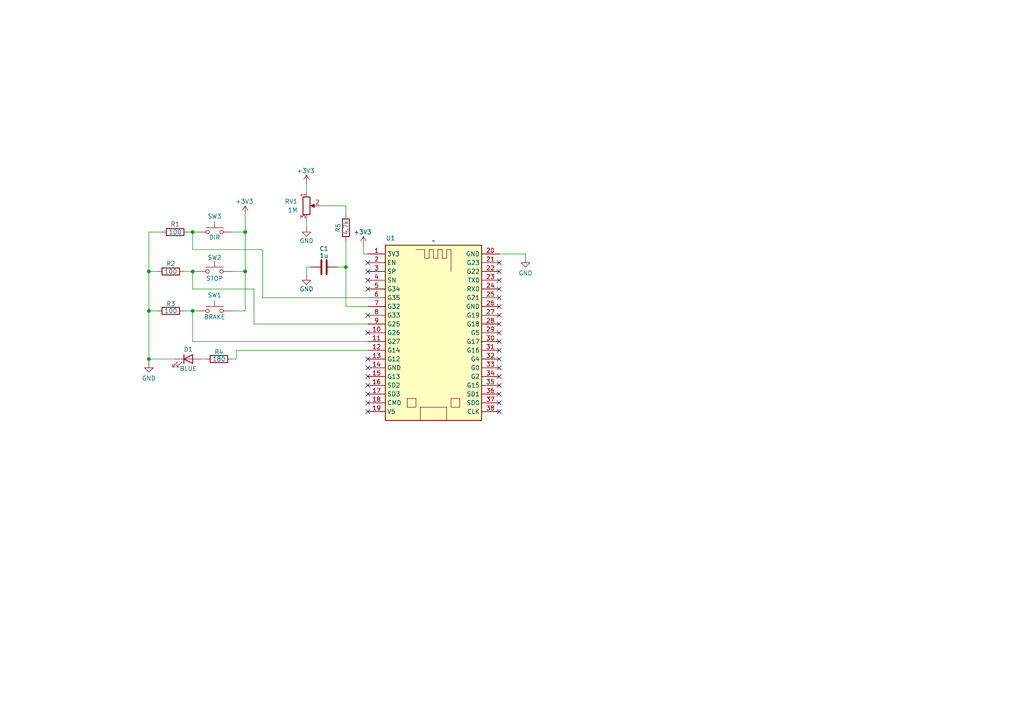
<source format=kicad_sch>
(kicad_sch
	(version 20231120)
	(generator "eeschema")
	(generator_version "8.0")
	(uuid "615aabfb-b643-4f9c-9ff5-b3e959d8f568")
	(paper "A4")
	(lib_symbols
		(symbol "Device:C"
			(pin_numbers hide)
			(pin_names
				(offset 0.254)
			)
			(exclude_from_sim no)
			(in_bom yes)
			(on_board yes)
			(property "Reference" "C"
				(at 0.635 2.54 0)
				(effects
					(font
						(size 1.27 1.27)
					)
					(justify left)
				)
			)
			(property "Value" "C"
				(at 0.635 -2.54 0)
				(effects
					(font
						(size 1.27 1.27)
					)
					(justify left)
				)
			)
			(property "Footprint" ""
				(at 0.9652 -3.81 0)
				(effects
					(font
						(size 1.27 1.27)
					)
					(hide yes)
				)
			)
			(property "Datasheet" "~"
				(at 0 0 0)
				(effects
					(font
						(size 1.27 1.27)
					)
					(hide yes)
				)
			)
			(property "Description" "Unpolarized capacitor"
				(at 0 0 0)
				(effects
					(font
						(size 1.27 1.27)
					)
					(hide yes)
				)
			)
			(property "ki_keywords" "cap capacitor"
				(at 0 0 0)
				(effects
					(font
						(size 1.27 1.27)
					)
					(hide yes)
				)
			)
			(property "ki_fp_filters" "C_*"
				(at 0 0 0)
				(effects
					(font
						(size 1.27 1.27)
					)
					(hide yes)
				)
			)
			(symbol "C_0_1"
				(polyline
					(pts
						(xy -2.032 -0.762) (xy 2.032 -0.762)
					)
					(stroke
						(width 0.508)
						(type default)
					)
					(fill
						(type none)
					)
				)
				(polyline
					(pts
						(xy -2.032 0.762) (xy 2.032 0.762)
					)
					(stroke
						(width 0.508)
						(type default)
					)
					(fill
						(type none)
					)
				)
			)
			(symbol "C_1_1"
				(pin passive line
					(at 0 3.81 270)
					(length 2.794)
					(name "~"
						(effects
							(font
								(size 1.27 1.27)
							)
						)
					)
					(number "1"
						(effects
							(font
								(size 1.27 1.27)
							)
						)
					)
				)
				(pin passive line
					(at 0 -3.81 90)
					(length 2.794)
					(name "~"
						(effects
							(font
								(size 1.27 1.27)
							)
						)
					)
					(number "2"
						(effects
							(font
								(size 1.27 1.27)
							)
						)
					)
				)
			)
		)
		(symbol "Device:LED"
			(pin_numbers hide)
			(pin_names
				(offset 1.016) hide)
			(exclude_from_sim no)
			(in_bom yes)
			(on_board yes)
			(property "Reference" "D"
				(at 0 2.54 0)
				(effects
					(font
						(size 1.27 1.27)
					)
				)
			)
			(property "Value" "LED"
				(at 0 -2.54 0)
				(effects
					(font
						(size 1.27 1.27)
					)
				)
			)
			(property "Footprint" ""
				(at 0 0 0)
				(effects
					(font
						(size 1.27 1.27)
					)
					(hide yes)
				)
			)
			(property "Datasheet" "~"
				(at 0 0 0)
				(effects
					(font
						(size 1.27 1.27)
					)
					(hide yes)
				)
			)
			(property "Description" "Light emitting diode"
				(at 0 0 0)
				(effects
					(font
						(size 1.27 1.27)
					)
					(hide yes)
				)
			)
			(property "ki_keywords" "LED diode"
				(at 0 0 0)
				(effects
					(font
						(size 1.27 1.27)
					)
					(hide yes)
				)
			)
			(property "ki_fp_filters" "LED* LED_SMD:* LED_THT:*"
				(at 0 0 0)
				(effects
					(font
						(size 1.27 1.27)
					)
					(hide yes)
				)
			)
			(symbol "LED_0_1"
				(polyline
					(pts
						(xy -1.27 -1.27) (xy -1.27 1.27)
					)
					(stroke
						(width 0.254)
						(type default)
					)
					(fill
						(type none)
					)
				)
				(polyline
					(pts
						(xy -1.27 0) (xy 1.27 0)
					)
					(stroke
						(width 0)
						(type default)
					)
					(fill
						(type none)
					)
				)
				(polyline
					(pts
						(xy 1.27 -1.27) (xy 1.27 1.27) (xy -1.27 0) (xy 1.27 -1.27)
					)
					(stroke
						(width 0.254)
						(type default)
					)
					(fill
						(type none)
					)
				)
				(polyline
					(pts
						(xy -3.048 -0.762) (xy -4.572 -2.286) (xy -3.81 -2.286) (xy -4.572 -2.286) (xy -4.572 -1.524)
					)
					(stroke
						(width 0)
						(type default)
					)
					(fill
						(type none)
					)
				)
				(polyline
					(pts
						(xy -1.778 -0.762) (xy -3.302 -2.286) (xy -2.54 -2.286) (xy -3.302 -2.286) (xy -3.302 -1.524)
					)
					(stroke
						(width 0)
						(type default)
					)
					(fill
						(type none)
					)
				)
			)
			(symbol "LED_1_1"
				(pin passive line
					(at -3.81 0 0)
					(length 2.54)
					(name "K"
						(effects
							(font
								(size 1.27 1.27)
							)
						)
					)
					(number "1"
						(effects
							(font
								(size 1.27 1.27)
							)
						)
					)
				)
				(pin passive line
					(at 3.81 0 180)
					(length 2.54)
					(name "A"
						(effects
							(font
								(size 1.27 1.27)
							)
						)
					)
					(number "2"
						(effects
							(font
								(size 1.27 1.27)
							)
						)
					)
				)
			)
		)
		(symbol "Device:R"
			(pin_numbers hide)
			(pin_names
				(offset 0)
			)
			(exclude_from_sim no)
			(in_bom yes)
			(on_board yes)
			(property "Reference" "R"
				(at 2.032 0 90)
				(effects
					(font
						(size 1.27 1.27)
					)
				)
			)
			(property "Value" "R"
				(at 0 0 90)
				(effects
					(font
						(size 1.27 1.27)
					)
				)
			)
			(property "Footprint" ""
				(at -1.778 0 90)
				(effects
					(font
						(size 1.27 1.27)
					)
					(hide yes)
				)
			)
			(property "Datasheet" "~"
				(at 0 0 0)
				(effects
					(font
						(size 1.27 1.27)
					)
					(hide yes)
				)
			)
			(property "Description" "Resistor"
				(at 0 0 0)
				(effects
					(font
						(size 1.27 1.27)
					)
					(hide yes)
				)
			)
			(property "ki_keywords" "R res resistor"
				(at 0 0 0)
				(effects
					(font
						(size 1.27 1.27)
					)
					(hide yes)
				)
			)
			(property "ki_fp_filters" "R_*"
				(at 0 0 0)
				(effects
					(font
						(size 1.27 1.27)
					)
					(hide yes)
				)
			)
			(symbol "R_0_1"
				(rectangle
					(start -1.016 -2.54)
					(end 1.016 2.54)
					(stroke
						(width 0.254)
						(type default)
					)
					(fill
						(type none)
					)
				)
			)
			(symbol "R_1_1"
				(pin passive line
					(at 0 3.81 270)
					(length 1.27)
					(name "~"
						(effects
							(font
								(size 1.27 1.27)
							)
						)
					)
					(number "1"
						(effects
							(font
								(size 1.27 1.27)
							)
						)
					)
				)
				(pin passive line
					(at 0 -3.81 90)
					(length 1.27)
					(name "~"
						(effects
							(font
								(size 1.27 1.27)
							)
						)
					)
					(number "2"
						(effects
							(font
								(size 1.27 1.27)
							)
						)
					)
				)
			)
		)
		(symbol "Device:R_Potentiometer"
			(pin_names
				(offset 1.016) hide)
			(exclude_from_sim no)
			(in_bom yes)
			(on_board yes)
			(property "Reference" "RV"
				(at -4.445 0 90)
				(effects
					(font
						(size 1.27 1.27)
					)
				)
			)
			(property "Value" "R_Potentiometer"
				(at -2.54 0 90)
				(effects
					(font
						(size 1.27 1.27)
					)
				)
			)
			(property "Footprint" ""
				(at 0 0 0)
				(effects
					(font
						(size 1.27 1.27)
					)
					(hide yes)
				)
			)
			(property "Datasheet" "~"
				(at 0 0 0)
				(effects
					(font
						(size 1.27 1.27)
					)
					(hide yes)
				)
			)
			(property "Description" "Potentiometer"
				(at 0 0 0)
				(effects
					(font
						(size 1.27 1.27)
					)
					(hide yes)
				)
			)
			(property "ki_keywords" "resistor variable"
				(at 0 0 0)
				(effects
					(font
						(size 1.27 1.27)
					)
					(hide yes)
				)
			)
			(property "ki_fp_filters" "Potentiometer*"
				(at 0 0 0)
				(effects
					(font
						(size 1.27 1.27)
					)
					(hide yes)
				)
			)
			(symbol "R_Potentiometer_0_1"
				(polyline
					(pts
						(xy 2.54 0) (xy 1.524 0)
					)
					(stroke
						(width 0)
						(type default)
					)
					(fill
						(type none)
					)
				)
				(polyline
					(pts
						(xy 1.143 0) (xy 2.286 0.508) (xy 2.286 -0.508) (xy 1.143 0)
					)
					(stroke
						(width 0)
						(type default)
					)
					(fill
						(type outline)
					)
				)
				(rectangle
					(start 1.016 2.54)
					(end -1.016 -2.54)
					(stroke
						(width 0.254)
						(type default)
					)
					(fill
						(type none)
					)
				)
			)
			(symbol "R_Potentiometer_1_1"
				(pin passive line
					(at 0 3.81 270)
					(length 1.27)
					(name "1"
						(effects
							(font
								(size 1.27 1.27)
							)
						)
					)
					(number "1"
						(effects
							(font
								(size 1.27 1.27)
							)
						)
					)
				)
				(pin passive line
					(at 3.81 0 180)
					(length 1.27)
					(name "2"
						(effects
							(font
								(size 1.27 1.27)
							)
						)
					)
					(number "2"
						(effects
							(font
								(size 1.27 1.27)
							)
						)
					)
				)
				(pin passive line
					(at 0 -3.81 90)
					(length 1.27)
					(name "3"
						(effects
							(font
								(size 1.27 1.27)
							)
						)
					)
					(number "3"
						(effects
							(font
								(size 1.27 1.27)
							)
						)
					)
				)
			)
		)
		(symbol "Switch:SW_Push"
			(pin_numbers hide)
			(pin_names
				(offset 1.016) hide)
			(exclude_from_sim no)
			(in_bom yes)
			(on_board yes)
			(property "Reference" "SW"
				(at 1.27 2.54 0)
				(effects
					(font
						(size 1.27 1.27)
					)
					(justify left)
				)
			)
			(property "Value" "SW_Push"
				(at 0 -1.524 0)
				(effects
					(font
						(size 1.27 1.27)
					)
				)
			)
			(property "Footprint" ""
				(at 0 5.08 0)
				(effects
					(font
						(size 1.27 1.27)
					)
					(hide yes)
				)
			)
			(property "Datasheet" "~"
				(at 0 5.08 0)
				(effects
					(font
						(size 1.27 1.27)
					)
					(hide yes)
				)
			)
			(property "Description" "Push button switch, generic, two pins"
				(at 0 0 0)
				(effects
					(font
						(size 1.27 1.27)
					)
					(hide yes)
				)
			)
			(property "ki_keywords" "switch normally-open pushbutton push-button"
				(at 0 0 0)
				(effects
					(font
						(size 1.27 1.27)
					)
					(hide yes)
				)
			)
			(symbol "SW_Push_0_1"
				(circle
					(center -2.032 0)
					(radius 0.508)
					(stroke
						(width 0)
						(type default)
					)
					(fill
						(type none)
					)
				)
				(polyline
					(pts
						(xy 0 1.27) (xy 0 3.048)
					)
					(stroke
						(width 0)
						(type default)
					)
					(fill
						(type none)
					)
				)
				(polyline
					(pts
						(xy 2.54 1.27) (xy -2.54 1.27)
					)
					(stroke
						(width 0)
						(type default)
					)
					(fill
						(type none)
					)
				)
				(circle
					(center 2.032 0)
					(radius 0.508)
					(stroke
						(width 0)
						(type default)
					)
					(fill
						(type none)
					)
				)
				(pin passive line
					(at -5.08 0 0)
					(length 2.54)
					(name "1"
						(effects
							(font
								(size 1.27 1.27)
							)
						)
					)
					(number "1"
						(effects
							(font
								(size 1.27 1.27)
							)
						)
					)
				)
				(pin passive line
					(at 5.08 0 180)
					(length 2.54)
					(name "2"
						(effects
							(font
								(size 1.27 1.27)
							)
						)
					)
					(number "2"
						(effects
							(font
								(size 1.27 1.27)
							)
						)
					)
				)
			)
		)
		(symbol "esp-wroom-32:ESP-WROOM-32"
			(exclude_from_sim no)
			(in_bom yes)
			(on_board yes)
			(property "Reference" "U"
				(at 0.762 2.286 0)
				(effects
					(font
						(size 1.27 1.27)
					)
				)
			)
			(property "Value" ""
				(at 0 0 0)
				(effects
					(font
						(size 1.27 1.27)
					)
				)
			)
			(property "Footprint" ""
				(at 0 0 0)
				(effects
					(font
						(size 1.27 1.27)
					)
					(hide yes)
				)
			)
			(property "Datasheet" ""
				(at 0 0 0)
				(effects
					(font
						(size 1.27 1.27)
					)
					(hide yes)
				)
			)
			(property "Description" ""
				(at 0 0 0)
				(effects
					(font
						(size 1.27 1.27)
					)
					(hide yes)
				)
			)
			(symbol "ESP-WROOM-32_0_0"
				(rectangle
					(start 0 1.27)
					(end 27.94 -49.53)
					(stroke
						(width 0.254)
						(type default)
					)
					(fill
						(type background)
					)
				)
			)
			(symbol "ESP-WROOM-32_0_1"
				(polyline
					(pts
						(xy 8.89 0) (xy 10.16 0) (xy 11.43 0) (xy 11.43 -2.54) (xy 12.7 -2.54) (xy 12.7 0) (xy 13.97 0)
						(xy 13.97 -2.54) (xy 15.24 -2.54) (xy 15.24 0) (xy 16.51 0) (xy 16.51 -2.54) (xy 17.78 -2.54)
						(xy 17.78 0) (xy 19.05 0) (xy 19.05 -6.35)
					)
					(stroke
						(width 0)
						(type default)
					)
					(fill
						(type none)
					)
				)
				(rectangle
					(start 6.35 -43.18)
					(end 8.89 -45.72)
					(stroke
						(width 0)
						(type default)
					)
					(fill
						(type none)
					)
				)
				(rectangle
					(start 10.16 -45.72)
					(end 17.78 -49.53)
					(stroke
						(width 0)
						(type default)
					)
					(fill
						(type none)
					)
				)
				(rectangle
					(start 19.05 -43.18)
					(end 21.59 -45.72)
					(stroke
						(width 0)
						(type default)
					)
					(fill
						(type none)
					)
				)
			)
			(symbol "ESP-WROOM-32_1_0"
				(pin bidirectional line
					(at -5.08 -34.29 0)
					(length 5.08)
					(name "GND"
						(effects
							(font
								(size 1.27 1.27)
							)
						)
					)
					(number "14"
						(effects
							(font
								(size 1.27 1.27)
							)
						)
					)
				)
				(pin bidirectional line
					(at 33.02 -8.89 180)
					(length 5.08)
					(name "TX0"
						(effects
							(font
								(size 1.27 1.27)
							)
						)
					)
					(number "23"
						(effects
							(font
								(size 1.27 1.27)
							)
						)
					)
				)
				(pin bidirectional line
					(at 33.02 -11.43 180)
					(length 5.08)
					(name "RX0"
						(effects
							(font
								(size 1.27 1.27)
							)
						)
					)
					(number "24"
						(effects
							(font
								(size 1.27 1.27)
							)
						)
					)
				)
			)
			(symbol "ESP-WROOM-32_1_1"
				(pin bidirectional line
					(at -5.08 -1.27 0)
					(length 5.08)
					(name "3V3"
						(effects
							(font
								(size 1.27 1.27)
							)
						)
					)
					(number "1"
						(effects
							(font
								(size 1.27 1.27)
							)
						)
					)
				)
				(pin bidirectional line
					(at -5.08 -24.13 0)
					(length 5.08)
					(name "G26"
						(effects
							(font
								(size 1.27 1.27)
							)
						)
					)
					(number "10"
						(effects
							(font
								(size 1.27 1.27)
							)
						)
					)
				)
				(pin bidirectional line
					(at -5.08 -26.67 0)
					(length 5.08)
					(name "G27"
						(effects
							(font
								(size 1.27 1.27)
							)
						)
					)
					(number "11"
						(effects
							(font
								(size 1.27 1.27)
							)
						)
					)
				)
				(pin bidirectional line
					(at -5.08 -29.21 0)
					(length 5.08)
					(name "G14"
						(effects
							(font
								(size 1.27 1.27)
							)
						)
					)
					(number "12"
						(effects
							(font
								(size 1.27 1.27)
							)
						)
					)
				)
				(pin bidirectional line
					(at -5.08 -31.75 0)
					(length 5.08)
					(name "G12"
						(effects
							(font
								(size 1.27 1.27)
							)
						)
					)
					(number "13"
						(effects
							(font
								(size 1.27 1.27)
							)
						)
					)
				)
				(pin power_in line
					(at -5.08 -36.83 0)
					(length 5.08)
					(name "G13"
						(effects
							(font
								(size 1.27 1.27)
							)
						)
					)
					(number "15"
						(effects
							(font
								(size 1.27 1.27)
							)
						)
					)
				)
				(pin power_in line
					(at -5.08 -39.37 0)
					(length 5.08)
					(name "SD2"
						(effects
							(font
								(size 1.27 1.27)
							)
						)
					)
					(number "16"
						(effects
							(font
								(size 1.27 1.27)
							)
						)
					)
				)
				(pin power_in line
					(at -5.08 -41.91 0)
					(length 5.08)
					(name "SD3"
						(effects
							(font
								(size 1.27 1.27)
							)
						)
					)
					(number "17"
						(effects
							(font
								(size 1.27 1.27)
							)
						)
					)
				)
				(pin power_in line
					(at -5.08 -44.45 0)
					(length 5.08)
					(name "CMD"
						(effects
							(font
								(size 1.27 1.27)
							)
						)
					)
					(number "18"
						(effects
							(font
								(size 1.27 1.27)
							)
						)
					)
				)
				(pin power_in line
					(at -5.08 -46.99 0)
					(length 5.08)
					(name "V5"
						(effects
							(font
								(size 1.27 1.27)
							)
						)
					)
					(number "19"
						(effects
							(font
								(size 1.27 1.27)
							)
						)
					)
				)
				(pin bidirectional line
					(at -5.08 -3.81 0)
					(length 5.08)
					(name "EN"
						(effects
							(font
								(size 1.27 1.27)
							)
						)
					)
					(number "2"
						(effects
							(font
								(size 1.27 1.27)
							)
						)
					)
				)
				(pin bidirectional line
					(at 33.02 -1.27 180)
					(length 5.08)
					(name "GND"
						(effects
							(font
								(size 1.27 1.27)
							)
						)
					)
					(number "20"
						(effects
							(font
								(size 1.27 1.27)
							)
						)
					)
				)
				(pin bidirectional line
					(at 33.02 -3.81 180)
					(length 5.08)
					(name "G23"
						(effects
							(font
								(size 1.27 1.27)
							)
						)
					)
					(number "21"
						(effects
							(font
								(size 1.27 1.27)
							)
						)
					)
				)
				(pin bidirectional line
					(at 33.02 -6.35 180)
					(length 5.08)
					(name "G22"
						(effects
							(font
								(size 1.27 1.27)
							)
						)
					)
					(number "22"
						(effects
							(font
								(size 1.27 1.27)
							)
						)
					)
				)
				(pin bidirectional line
					(at 33.02 -13.97 180)
					(length 5.08)
					(name "G21"
						(effects
							(font
								(size 1.27 1.27)
							)
						)
					)
					(number "25"
						(effects
							(font
								(size 1.27 1.27)
							)
						)
					)
				)
				(pin bidirectional line
					(at 33.02 -16.51 180)
					(length 5.08)
					(name "GND"
						(effects
							(font
								(size 1.27 1.27)
							)
						)
					)
					(number "26"
						(effects
							(font
								(size 1.27 1.27)
							)
						)
					)
				)
				(pin bidirectional line
					(at 33.02 -19.05 180)
					(length 5.08)
					(name "G19"
						(effects
							(font
								(size 1.27 1.27)
							)
						)
					)
					(number "27"
						(effects
							(font
								(size 1.27 1.27)
							)
						)
					)
				)
				(pin bidirectional line
					(at 33.02 -21.59 180)
					(length 5.08)
					(name "G18"
						(effects
							(font
								(size 1.27 1.27)
							)
						)
					)
					(number "28"
						(effects
							(font
								(size 1.27 1.27)
							)
						)
					)
				)
				(pin bidirectional line
					(at 33.02 -24.13 180)
					(length 5.08)
					(name "G5"
						(effects
							(font
								(size 1.27 1.27)
							)
						)
					)
					(number "29"
						(effects
							(font
								(size 1.27 1.27)
							)
						)
					)
				)
				(pin bidirectional line
					(at -5.08 -6.35 0)
					(length 5.08)
					(name "SP"
						(effects
							(font
								(size 1.27 1.27)
							)
						)
					)
					(number "3"
						(effects
							(font
								(size 1.27 1.27)
							)
						)
					)
				)
				(pin bidirectional line
					(at 33.02 -26.67 180)
					(length 5.08)
					(name "G17"
						(effects
							(font
								(size 1.27 1.27)
							)
						)
					)
					(number "30"
						(effects
							(font
								(size 1.27 1.27)
							)
						)
					)
				)
				(pin bidirectional line
					(at 33.02 -29.21 180)
					(length 5.08)
					(name "G16"
						(effects
							(font
								(size 1.27 1.27)
							)
						)
					)
					(number "31"
						(effects
							(font
								(size 1.27 1.27)
							)
						)
					)
				)
				(pin bidirectional line
					(at 33.02 -31.75 180)
					(length 5.08)
					(name "G4"
						(effects
							(font
								(size 1.27 1.27)
							)
						)
					)
					(number "32"
						(effects
							(font
								(size 1.27 1.27)
							)
						)
					)
				)
				(pin bidirectional line
					(at 33.02 -34.29 180)
					(length 5.08)
					(name "G0"
						(effects
							(font
								(size 1.27 1.27)
							)
						)
					)
					(number "33"
						(effects
							(font
								(size 1.27 1.27)
							)
						)
					)
				)
				(pin bidirectional line
					(at 33.02 -36.83 180)
					(length 5.08)
					(name "G2"
						(effects
							(font
								(size 1.27 1.27)
							)
						)
					)
					(number "34"
						(effects
							(font
								(size 1.27 1.27)
							)
						)
					)
				)
				(pin power_in line
					(at 33.02 -39.37 180)
					(length 5.08)
					(name "G15"
						(effects
							(font
								(size 1.27 1.27)
							)
						)
					)
					(number "35"
						(effects
							(font
								(size 1.27 1.27)
							)
						)
					)
				)
				(pin power_in line
					(at 33.02 -41.91 180)
					(length 5.08)
					(name "SD1"
						(effects
							(font
								(size 1.27 1.27)
							)
						)
					)
					(number "36"
						(effects
							(font
								(size 1.27 1.27)
							)
						)
					)
				)
				(pin power_in line
					(at 33.02 -44.45 180)
					(length 5.08)
					(name "SD0"
						(effects
							(font
								(size 1.27 1.27)
							)
						)
					)
					(number "37"
						(effects
							(font
								(size 1.27 1.27)
							)
						)
					)
				)
				(pin power_in line
					(at 33.02 -46.99 180)
					(length 5.08)
					(name "CLK"
						(effects
							(font
								(size 1.27 1.27)
							)
						)
					)
					(number "38"
						(effects
							(font
								(size 1.27 1.27)
							)
						)
					)
				)
				(pin bidirectional line
					(at -5.08 -8.89 0)
					(length 5.08)
					(name "SN"
						(effects
							(font
								(size 1.27 1.27)
							)
						)
					)
					(number "4"
						(effects
							(font
								(size 1.27 1.27)
							)
						)
					)
				)
				(pin bidirectional line
					(at -5.08 -11.43 0)
					(length 5.08)
					(name "G34"
						(effects
							(font
								(size 1.27 1.27)
							)
						)
					)
					(number "5"
						(effects
							(font
								(size 1.27 1.27)
							)
						)
					)
				)
				(pin bidirectional line
					(at -5.08 -13.97 0)
					(length 5.08)
					(name "G35"
						(effects
							(font
								(size 1.27 1.27)
							)
						)
					)
					(number "6"
						(effects
							(font
								(size 1.27 1.27)
							)
						)
					)
				)
				(pin bidirectional line
					(at -5.08 -16.51 0)
					(length 5.08)
					(name "G32"
						(effects
							(font
								(size 1.27 1.27)
							)
						)
					)
					(number "7"
						(effects
							(font
								(size 1.27 1.27)
							)
						)
					)
				)
				(pin bidirectional line
					(at -5.08 -19.05 0)
					(length 5.08)
					(name "G33"
						(effects
							(font
								(size 1.27 1.27)
							)
						)
					)
					(number "8"
						(effects
							(font
								(size 1.27 1.27)
							)
						)
					)
				)
				(pin bidirectional line
					(at -5.08 -21.59 0)
					(length 5.08)
					(name "G25"
						(effects
							(font
								(size 1.27 1.27)
							)
						)
					)
					(number "9"
						(effects
							(font
								(size 1.27 1.27)
							)
						)
					)
				)
			)
		)
		(symbol "power:+3V3"
			(power)
			(pin_numbers hide)
			(pin_names
				(offset 0) hide)
			(exclude_from_sim no)
			(in_bom yes)
			(on_board yes)
			(property "Reference" "#PWR"
				(at 0 -3.81 0)
				(effects
					(font
						(size 1.27 1.27)
					)
					(hide yes)
				)
			)
			(property "Value" "+3V3"
				(at 0 3.556 0)
				(effects
					(font
						(size 1.27 1.27)
					)
				)
			)
			(property "Footprint" ""
				(at 0 0 0)
				(effects
					(font
						(size 1.27 1.27)
					)
					(hide yes)
				)
			)
			(property "Datasheet" ""
				(at 0 0 0)
				(effects
					(font
						(size 1.27 1.27)
					)
					(hide yes)
				)
			)
			(property "Description" "Power symbol creates a global label with name \"+3V3\""
				(at 0 0 0)
				(effects
					(font
						(size 1.27 1.27)
					)
					(hide yes)
				)
			)
			(property "ki_keywords" "global power"
				(at 0 0 0)
				(effects
					(font
						(size 1.27 1.27)
					)
					(hide yes)
				)
			)
			(symbol "+3V3_0_1"
				(polyline
					(pts
						(xy -0.762 1.27) (xy 0 2.54)
					)
					(stroke
						(width 0)
						(type default)
					)
					(fill
						(type none)
					)
				)
				(polyline
					(pts
						(xy 0 0) (xy 0 2.54)
					)
					(stroke
						(width 0)
						(type default)
					)
					(fill
						(type none)
					)
				)
				(polyline
					(pts
						(xy 0 2.54) (xy 0.762 1.27)
					)
					(stroke
						(width 0)
						(type default)
					)
					(fill
						(type none)
					)
				)
			)
			(symbol "+3V3_1_1"
				(pin power_in line
					(at 0 0 90)
					(length 0)
					(name "~"
						(effects
							(font
								(size 1.27 1.27)
							)
						)
					)
					(number "1"
						(effects
							(font
								(size 1.27 1.27)
							)
						)
					)
				)
			)
		)
		(symbol "power:GND"
			(power)
			(pin_numbers hide)
			(pin_names
				(offset 0) hide)
			(exclude_from_sim no)
			(in_bom yes)
			(on_board yes)
			(property "Reference" "#PWR"
				(at 0 -6.35 0)
				(effects
					(font
						(size 1.27 1.27)
					)
					(hide yes)
				)
			)
			(property "Value" "GND"
				(at 0 -3.81 0)
				(effects
					(font
						(size 1.27 1.27)
					)
				)
			)
			(property "Footprint" ""
				(at 0 0 0)
				(effects
					(font
						(size 1.27 1.27)
					)
					(hide yes)
				)
			)
			(property "Datasheet" ""
				(at 0 0 0)
				(effects
					(font
						(size 1.27 1.27)
					)
					(hide yes)
				)
			)
			(property "Description" "Power symbol creates a global label with name \"GND\" , ground"
				(at 0 0 0)
				(effects
					(font
						(size 1.27 1.27)
					)
					(hide yes)
				)
			)
			(property "ki_keywords" "global power"
				(at 0 0 0)
				(effects
					(font
						(size 1.27 1.27)
					)
					(hide yes)
				)
			)
			(symbol "GND_0_1"
				(polyline
					(pts
						(xy 0 0) (xy 0 -1.27) (xy 1.27 -1.27) (xy 0 -2.54) (xy -1.27 -1.27) (xy 0 -1.27)
					)
					(stroke
						(width 0)
						(type default)
					)
					(fill
						(type none)
					)
				)
			)
			(symbol "GND_1_1"
				(pin power_in line
					(at 0 0 270)
					(length 0)
					(name "~"
						(effects
							(font
								(size 1.27 1.27)
							)
						)
					)
					(number "1"
						(effects
							(font
								(size 1.27 1.27)
							)
						)
					)
				)
			)
		)
	)
	(junction
		(at 43.18 104.14)
		(diameter 0)
		(color 0 0 0 0)
		(uuid "04bac072-2919-43dd-9095-cd577a4d9850")
	)
	(junction
		(at 71.12 78.74)
		(diameter 0)
		(color 0 0 0 0)
		(uuid "111e15ae-81ee-45cc-b101-a7ae5e568d6d")
	)
	(junction
		(at 55.88 67.31)
		(diameter 0)
		(color 0 0 0 0)
		(uuid "34ecc56c-d45c-4dbe-9371-813ff0cc4b62")
	)
	(junction
		(at 43.18 90.17)
		(diameter 0)
		(color 0 0 0 0)
		(uuid "3e953283-fcdf-4c81-96b8-729bb5ece4d6")
	)
	(junction
		(at 100.33 77.47)
		(diameter 0)
		(color 0 0 0 0)
		(uuid "70b590f1-e9a1-4144-be84-a64da8a03d8e")
	)
	(junction
		(at 55.88 78.74)
		(diameter 0)
		(color 0 0 0 0)
		(uuid "be4f8a1b-aef1-49b4-a875-5820004f60e2")
	)
	(junction
		(at 43.18 78.74)
		(diameter 0)
		(color 0 0 0 0)
		(uuid "d80237b5-2ee0-406f-9f4c-a789d7825f23")
	)
	(junction
		(at 71.12 67.31)
		(diameter 0)
		(color 0 0 0 0)
		(uuid "e0ca21dc-443a-48ea-bd7f-8cd86354f10b")
	)
	(junction
		(at 55.88 90.17)
		(diameter 0)
		(color 0 0 0 0)
		(uuid "fea28706-36e7-4c9d-89bf-b1c403ec704b")
	)
	(no_connect
		(at 106.68 78.74)
		(uuid "07a5111d-6184-4c8c-9703-670566d1b2c1")
	)
	(no_connect
		(at 106.68 114.3)
		(uuid "0f6fa2be-8bac-4684-a4f8-d39a4e159565")
	)
	(no_connect
		(at 144.78 119.38)
		(uuid "13842a42-e840-4dde-ab10-a3c5da46df99")
	)
	(no_connect
		(at 144.78 93.98)
		(uuid "1c6f5d82-f745-47c9-bc53-b99349cc20ca")
	)
	(no_connect
		(at 106.68 76.2)
		(uuid "1d5348ea-2dab-423c-b842-7c66bca900e3")
	)
	(no_connect
		(at 144.78 114.3)
		(uuid "2e8761a6-7229-4157-8871-499f5f6038ca")
	)
	(no_connect
		(at 144.78 91.44)
		(uuid "317ff0fb-40cd-4fe3-8636-221cde2e1fb3")
	)
	(no_connect
		(at 106.68 111.76)
		(uuid "3220d782-483d-4b37-8de2-43e46a2e17b1")
	)
	(no_connect
		(at 106.68 109.22)
		(uuid "3ed48c5a-6cad-4715-aa2d-622d9dbb8cb0")
	)
	(no_connect
		(at 106.68 119.38)
		(uuid "495a4525-b913-427d-9780-2ac325b0f2f0")
	)
	(no_connect
		(at 106.68 81.28)
		(uuid "4bbe3b45-1416-47cf-b618-903f7ad27df3")
	)
	(no_connect
		(at 106.68 104.14)
		(uuid "62b5ce02-c9a1-4215-8a90-899366639c32")
	)
	(no_connect
		(at 144.78 101.6)
		(uuid "65063d86-e498-441c-80bc-3c59877de5b5")
	)
	(no_connect
		(at 144.78 106.68)
		(uuid "710a0183-de77-4e29-b6b7-e7f9e0abaf8a")
	)
	(no_connect
		(at 144.78 81.28)
		(uuid "76b16361-0d26-4013-9ebc-6fa7cf2585d0")
	)
	(no_connect
		(at 144.78 109.22)
		(uuid "80a9f51d-9aaa-4f32-8a61-c85743b6c028")
	)
	(no_connect
		(at 144.78 116.84)
		(uuid "81797b12-e755-4589-b000-93fd47e3e77d")
	)
	(no_connect
		(at 144.78 96.52)
		(uuid "83a504db-6cb7-4162-832e-54848ec74e31")
	)
	(no_connect
		(at 144.78 83.82)
		(uuid "8b0a054f-db9b-49d2-9593-3092c05d6546")
	)
	(no_connect
		(at 144.78 99.06)
		(uuid "a481da98-d389-4dbf-b2a1-ea0ee97ef5de")
	)
	(no_connect
		(at 106.68 91.44)
		(uuid "ace507b1-b42b-4f85-87a0-da52c694b748")
	)
	(no_connect
		(at 106.68 96.52)
		(uuid "ad718dd2-f0e8-4ac7-8ee2-68f573b360d2")
	)
	(no_connect
		(at 144.78 76.2)
		(uuid "b28438d2-f434-4437-bcf8-47372efa4c4c")
	)
	(no_connect
		(at 106.68 106.68)
		(uuid "bb56fb93-4508-4633-98df-6a7950369328")
	)
	(no_connect
		(at 106.68 83.82)
		(uuid "cfcd5cd0-3abf-4892-ad79-baf61740b99e")
	)
	(no_connect
		(at 144.78 78.74)
		(uuid "dd2fe2b8-f5e2-450c-91c3-186767a57dab")
	)
	(no_connect
		(at 106.68 116.84)
		(uuid "e96ad054-3871-40d7-9455-ee1dabe70ace")
	)
	(no_connect
		(at 144.78 88.9)
		(uuid "eab244dc-950a-44d0-8304-6f2af36bbeda")
	)
	(no_connect
		(at 144.78 86.36)
		(uuid "f4def65d-c1fe-4a0a-bf46-ed2a39691d87")
	)
	(no_connect
		(at 144.78 111.76)
		(uuid "f67c0ab6-812d-4935-aff8-c4041edcc63c")
	)
	(no_connect
		(at 144.78 104.14)
		(uuid "fc80aea0-ddb6-4059-af2f-6aaf2c39859b")
	)
	(wire
		(pts
			(xy 71.12 67.31) (xy 71.12 78.74)
		)
		(stroke
			(width 0)
			(type default)
		)
		(uuid "1bf3f2d2-0de0-41e1-8737-c28d919f64e0")
	)
	(wire
		(pts
			(xy 55.88 90.17) (xy 55.88 99.06)
		)
		(stroke
			(width 0)
			(type default)
		)
		(uuid "25aec444-1306-4277-8908-e14ca8497e28")
	)
	(wire
		(pts
			(xy 67.31 90.17) (xy 71.12 90.17)
		)
		(stroke
			(width 0)
			(type default)
		)
		(uuid "2eaee847-bed4-4133-8c2f-6e652a589316")
	)
	(wire
		(pts
			(xy 100.33 69.85) (xy 100.33 77.47)
		)
		(stroke
			(width 0)
			(type default)
		)
		(uuid "2f9dddea-b484-40e9-9873-cec56892401d")
	)
	(wire
		(pts
			(xy 152.4 74.93) (xy 152.4 73.66)
		)
		(stroke
			(width 0)
			(type default)
		)
		(uuid "3131a37f-868c-42df-813d-490d4eb35ab9")
	)
	(wire
		(pts
			(xy 46.99 67.31) (xy 43.18 67.31)
		)
		(stroke
			(width 0)
			(type default)
		)
		(uuid "3a5983a6-276c-45d5-ac93-92015d2ce0f5")
	)
	(wire
		(pts
			(xy 88.9 77.47) (xy 88.9 80.01)
		)
		(stroke
			(width 0)
			(type default)
		)
		(uuid "3da29599-4444-448b-b799-454afd251390")
	)
	(wire
		(pts
			(xy 53.34 90.17) (xy 55.88 90.17)
		)
		(stroke
			(width 0)
			(type default)
		)
		(uuid "426046c2-a209-40a8-a8db-a0b59c99aadb")
	)
	(wire
		(pts
			(xy 67.31 78.74) (xy 71.12 78.74)
		)
		(stroke
			(width 0)
			(type default)
		)
		(uuid "497e2599-8857-422e-a3b5-22420f7c2134")
	)
	(wire
		(pts
			(xy 71.12 62.23) (xy 71.12 67.31)
		)
		(stroke
			(width 0)
			(type default)
		)
		(uuid "4b371580-900a-42cc-8c67-1039cf2c9c46")
	)
	(wire
		(pts
			(xy 152.4 73.66) (xy 144.78 73.66)
		)
		(stroke
			(width 0)
			(type default)
		)
		(uuid "4da7b8bd-8f6e-4f76-b088-7081b0c1afcd")
	)
	(wire
		(pts
			(xy 58.42 104.14) (xy 59.69 104.14)
		)
		(stroke
			(width 0)
			(type default)
		)
		(uuid "50dc1494-d0e1-4609-9105-1d639c5b5ece")
	)
	(wire
		(pts
			(xy 45.72 90.17) (xy 43.18 90.17)
		)
		(stroke
			(width 0)
			(type default)
		)
		(uuid "51014183-a365-4fe2-9acd-90052450b169")
	)
	(wire
		(pts
			(xy 73.66 83.82) (xy 73.66 93.98)
		)
		(stroke
			(width 0)
			(type default)
		)
		(uuid "55e0425b-daa7-466a-b260-165118af2bcc")
	)
	(wire
		(pts
			(xy 55.88 72.39) (xy 76.2 72.39)
		)
		(stroke
			(width 0)
			(type default)
		)
		(uuid "60d6118e-a8ea-4efd-ac1d-7f1642f16eef")
	)
	(wire
		(pts
			(xy 55.88 72.39) (xy 55.88 67.31)
		)
		(stroke
			(width 0)
			(type default)
		)
		(uuid "64237b3c-ec2f-470b-8605-6f9a7fe33e1b")
	)
	(wire
		(pts
			(xy 57.15 90.17) (xy 55.88 90.17)
		)
		(stroke
			(width 0)
			(type default)
		)
		(uuid "650917d3-1390-4a66-9b16-a7d4ac93ed7e")
	)
	(wire
		(pts
			(xy 73.66 93.98) (xy 106.68 93.98)
		)
		(stroke
			(width 0)
			(type default)
		)
		(uuid "65a1148d-902c-47f8-9fc9-7198abdeb689")
	)
	(wire
		(pts
			(xy 55.88 67.31) (xy 57.15 67.31)
		)
		(stroke
			(width 0)
			(type default)
		)
		(uuid "6e769e75-602d-45ed-b60e-7be3dd8b90f1")
	)
	(wire
		(pts
			(xy 68.58 104.14) (xy 67.31 104.14)
		)
		(stroke
			(width 0)
			(type default)
		)
		(uuid "6fba6c45-4d94-410c-8bae-d32c61e812fc")
	)
	(wire
		(pts
			(xy 105.41 73.66) (xy 105.41 71.12)
		)
		(stroke
			(width 0)
			(type default)
		)
		(uuid "7896fe79-0ff7-4039-9121-b5143bd3f2ca")
	)
	(wire
		(pts
			(xy 88.9 77.47) (xy 90.17 77.47)
		)
		(stroke
			(width 0)
			(type default)
		)
		(uuid "78ee3239-2350-4750-b10b-7b79eed1a62c")
	)
	(wire
		(pts
			(xy 88.9 53.34) (xy 88.9 55.88)
		)
		(stroke
			(width 0)
			(type default)
		)
		(uuid "7ac5af9e-3f46-4af0-a7f2-393b6746f9fe")
	)
	(wire
		(pts
			(xy 43.18 78.74) (xy 43.18 90.17)
		)
		(stroke
			(width 0)
			(type default)
		)
		(uuid "7fe8f884-68d9-4795-acd7-c6d46c13953b")
	)
	(wire
		(pts
			(xy 68.58 104.14) (xy 68.58 101.6)
		)
		(stroke
			(width 0)
			(type default)
		)
		(uuid "81445494-b1d0-44b9-b091-2d9af64e4abe")
	)
	(wire
		(pts
			(xy 55.88 99.06) (xy 106.68 99.06)
		)
		(stroke
			(width 0)
			(type default)
		)
		(uuid "817a297e-a81f-4b31-be96-9c857c5559a2")
	)
	(wire
		(pts
			(xy 43.18 90.17) (xy 43.18 104.14)
		)
		(stroke
			(width 0)
			(type default)
		)
		(uuid "9078997b-dd9a-45d0-804c-ab7c27f6c235")
	)
	(wire
		(pts
			(xy 43.18 105.41) (xy 43.18 104.14)
		)
		(stroke
			(width 0)
			(type default)
		)
		(uuid "911219f1-0090-482a-9e82-aa81405682bf")
	)
	(wire
		(pts
			(xy 55.88 78.74) (xy 55.88 83.82)
		)
		(stroke
			(width 0)
			(type default)
		)
		(uuid "9d845a72-d69d-4ac2-8e49-57f3e231926b")
	)
	(wire
		(pts
			(xy 43.18 67.31) (xy 43.18 78.74)
		)
		(stroke
			(width 0)
			(type default)
		)
		(uuid "9f78411b-2fce-4272-ab03-7f0cb6dffc0e")
	)
	(wire
		(pts
			(xy 88.9 63.5) (xy 88.9 66.04)
		)
		(stroke
			(width 0)
			(type default)
		)
		(uuid "a2093282-2d84-470b-8d09-675ffbabefc4")
	)
	(wire
		(pts
			(xy 55.88 83.82) (xy 73.66 83.82)
		)
		(stroke
			(width 0)
			(type default)
		)
		(uuid "a805ba0e-9838-4960-b92a-dcc56c99a851")
	)
	(wire
		(pts
			(xy 100.33 59.69) (xy 100.33 62.23)
		)
		(stroke
			(width 0)
			(type default)
		)
		(uuid "a943419b-71d9-4600-8e4e-271a4db59a1e")
	)
	(wire
		(pts
			(xy 71.12 90.17) (xy 71.12 78.74)
		)
		(stroke
			(width 0)
			(type default)
		)
		(uuid "a9fb7b9f-8a0e-441b-9cee-e7b01c39aa66")
	)
	(wire
		(pts
			(xy 92.71 59.69) (xy 100.33 59.69)
		)
		(stroke
			(width 0)
			(type default)
		)
		(uuid "ad931baf-1d91-4eea-a6b0-4ec0b20e64ab")
	)
	(wire
		(pts
			(xy 76.2 72.39) (xy 76.2 86.36)
		)
		(stroke
			(width 0)
			(type default)
		)
		(uuid "b2c44e6c-e974-47e9-8dd9-ce51d463beab")
	)
	(wire
		(pts
			(xy 57.15 78.74) (xy 55.88 78.74)
		)
		(stroke
			(width 0)
			(type default)
		)
		(uuid "c1be0b59-4c42-4bf2-b79c-0e47ac8815ab")
	)
	(wire
		(pts
			(xy 100.33 88.9) (xy 106.68 88.9)
		)
		(stroke
			(width 0)
			(type default)
		)
		(uuid "c445b6b4-de62-4150-8998-39759f18b8d8")
	)
	(wire
		(pts
			(xy 53.34 78.74) (xy 55.88 78.74)
		)
		(stroke
			(width 0)
			(type default)
		)
		(uuid "c676c2e7-5cc9-4289-a9aa-23ef6d47b4ec")
	)
	(wire
		(pts
			(xy 54.61 67.31) (xy 55.88 67.31)
		)
		(stroke
			(width 0)
			(type default)
		)
		(uuid "cd5b4740-c9f9-4264-8c64-8d3e698a3748")
	)
	(wire
		(pts
			(xy 45.72 78.74) (xy 43.18 78.74)
		)
		(stroke
			(width 0)
			(type default)
		)
		(uuid "d203f6f7-f3fe-49d0-ba4f-fa5c2e3ab890")
	)
	(wire
		(pts
			(xy 67.31 67.31) (xy 71.12 67.31)
		)
		(stroke
			(width 0)
			(type default)
		)
		(uuid "dfb592ae-3e02-4e0a-adbe-f963ec92f23f")
	)
	(wire
		(pts
			(xy 100.33 77.47) (xy 100.33 88.9)
		)
		(stroke
			(width 0)
			(type default)
		)
		(uuid "e308ed37-0111-40f9-9c7d-043b855e156d")
	)
	(wire
		(pts
			(xy 105.41 73.66) (xy 106.68 73.66)
		)
		(stroke
			(width 0)
			(type default)
		)
		(uuid "e6734eb9-7d74-4c27-be11-8d7e3ae9f451")
	)
	(wire
		(pts
			(xy 68.58 101.6) (xy 106.68 101.6)
		)
		(stroke
			(width 0)
			(type default)
		)
		(uuid "f1979a4e-ede4-48c8-a6ec-8f744fa64bd3")
	)
	(wire
		(pts
			(xy 76.2 86.36) (xy 106.68 86.36)
		)
		(stroke
			(width 0)
			(type default)
		)
		(uuid "f2c66f2b-e49d-4182-9847-201feba1b9d5")
	)
	(wire
		(pts
			(xy 50.8 104.14) (xy 43.18 104.14)
		)
		(stroke
			(width 0)
			(type default)
		)
		(uuid "f9a19abe-b20f-44fe-a178-d85110323e9d")
	)
	(wire
		(pts
			(xy 97.79 77.47) (xy 100.33 77.47)
		)
		(stroke
			(width 0)
			(type default)
		)
		(uuid "fe209f53-c266-4ab5-8d69-b51f5faa34a2")
	)
	(symbol
		(lib_id "power:GND")
		(at 88.9 80.01 0)
		(unit 1)
		(exclude_from_sim no)
		(in_bom yes)
		(on_board yes)
		(dnp no)
		(uuid "0d20aa79-91fc-4893-8826-eaa9da8ebcba")
		(property "Reference" "#PWR07"
			(at 88.9 86.36 0)
			(effects
				(font
					(size 1.27 1.27)
				)
				(hide yes)
			)
		)
		(property "Value" "GND"
			(at 88.9 83.82 0)
			(effects
				(font
					(size 1.27 1.27)
				)
			)
		)
		(property "Footprint" ""
			(at 88.9 80.01 0)
			(effects
				(font
					(size 1.27 1.27)
				)
				(hide yes)
			)
		)
		(property "Datasheet" ""
			(at 88.9 80.01 0)
			(effects
				(font
					(size 1.27 1.27)
				)
				(hide yes)
			)
		)
		(property "Description" "Power symbol creates a global label with name \"GND\" , ground"
			(at 88.9 80.01 0)
			(effects
				(font
					(size 1.27 1.27)
				)
				(hide yes)
			)
		)
		(pin "1"
			(uuid "2495ba2f-20fc-403c-a5f2-6374001cca78")
		)
		(instances
			(project "Elektro_kontroler"
				(path "/615aabfb-b643-4f9c-9ff5-b3e959d8f568"
					(reference "#PWR07")
					(unit 1)
				)
			)
		)
	)
	(symbol
		(lib_id "power:+3V3")
		(at 105.41 71.12 0)
		(unit 1)
		(exclude_from_sim no)
		(in_bom yes)
		(on_board yes)
		(dnp no)
		(uuid "2140d376-4f3f-4f96-b0d8-6512e583e04c")
		(property "Reference" "#PWR05"
			(at 105.41 74.93 0)
			(effects
				(font
					(size 1.27 1.27)
				)
				(hide yes)
			)
		)
		(property "Value" "+3V3"
			(at 105.156 67.31 0)
			(effects
				(font
					(size 1.27 1.27)
				)
			)
		)
		(property "Footprint" ""
			(at 105.41 71.12 0)
			(effects
				(font
					(size 1.27 1.27)
				)
				(hide yes)
			)
		)
		(property "Datasheet" ""
			(at 105.41 71.12 0)
			(effects
				(font
					(size 1.27 1.27)
				)
				(hide yes)
			)
		)
		(property "Description" "Power symbol creates a global label with name \"+3V3\""
			(at 105.41 71.12 0)
			(effects
				(font
					(size 1.27 1.27)
				)
				(hide yes)
			)
		)
		(pin "1"
			(uuid "bed417a6-3f02-4cca-8288-ca8f9cbeb791")
		)
		(instances
			(project ""
				(path "/615aabfb-b643-4f9c-9ff5-b3e959d8f568"
					(reference "#PWR05")
					(unit 1)
				)
			)
		)
	)
	(symbol
		(lib_id "power:+3V3")
		(at 71.12 62.23 0)
		(unit 1)
		(exclude_from_sim no)
		(in_bom yes)
		(on_board yes)
		(dnp no)
		(uuid "2a11e0ab-0aaf-496b-9d05-ec12fee22c8e")
		(property "Reference" "#PWR04"
			(at 71.12 66.04 0)
			(effects
				(font
					(size 1.27 1.27)
				)
				(hide yes)
			)
		)
		(property "Value" "+3V3"
			(at 70.866 58.42 0)
			(effects
				(font
					(size 1.27 1.27)
				)
			)
		)
		(property "Footprint" ""
			(at 71.12 62.23 0)
			(effects
				(font
					(size 1.27 1.27)
				)
				(hide yes)
			)
		)
		(property "Datasheet" ""
			(at 71.12 62.23 0)
			(effects
				(font
					(size 1.27 1.27)
				)
				(hide yes)
			)
		)
		(property "Description" "Power symbol creates a global label with name \"+3V3\""
			(at 71.12 62.23 0)
			(effects
				(font
					(size 1.27 1.27)
				)
				(hide yes)
			)
		)
		(pin "1"
			(uuid "66a9ec96-71da-4e32-8d5d-b022c71a9bbe")
		)
		(instances
			(project "Elektro_kontroler"
				(path "/615aabfb-b643-4f9c-9ff5-b3e959d8f568"
					(reference "#PWR04")
					(unit 1)
				)
			)
		)
	)
	(symbol
		(lib_id "power:+3V3")
		(at 88.9 53.34 0)
		(unit 1)
		(exclude_from_sim no)
		(in_bom yes)
		(on_board yes)
		(dnp no)
		(uuid "2de805fd-eab1-445b-bde8-077f7e32e1ca")
		(property "Reference" "#PWR03"
			(at 88.9 57.15 0)
			(effects
				(font
					(size 1.27 1.27)
				)
				(hide yes)
			)
		)
		(property "Value" "+3V3"
			(at 88.646 49.53 0)
			(effects
				(font
					(size 1.27 1.27)
				)
			)
		)
		(property "Footprint" ""
			(at 88.9 53.34 0)
			(effects
				(font
					(size 1.27 1.27)
				)
				(hide yes)
			)
		)
		(property "Datasheet" ""
			(at 88.9 53.34 0)
			(effects
				(font
					(size 1.27 1.27)
				)
				(hide yes)
			)
		)
		(property "Description" "Power symbol creates a global label with name \"+3V3\""
			(at 88.9 53.34 0)
			(effects
				(font
					(size 1.27 1.27)
				)
				(hide yes)
			)
		)
		(pin "1"
			(uuid "fee9de7b-6c29-459a-8831-25df8ffefe97")
		)
		(instances
			(project "Elektro_kontroler"
				(path "/615aabfb-b643-4f9c-9ff5-b3e959d8f568"
					(reference "#PWR03")
					(unit 1)
				)
			)
		)
	)
	(symbol
		(lib_id "Device:C")
		(at 93.98 77.47 90)
		(unit 1)
		(exclude_from_sim no)
		(in_bom yes)
		(on_board yes)
		(dnp no)
		(uuid "30f629e8-7d4a-4417-8ff6-5eaa812c4212")
		(property "Reference" "C1"
			(at 93.98 72.136 90)
			(effects
				(font
					(size 1.27 1.27)
				)
			)
		)
		(property "Value" "1u"
			(at 93.98 74.168 90)
			(effects
				(font
					(size 1.27 1.27)
				)
			)
		)
		(property "Footprint" ""
			(at 97.79 76.5048 0)
			(effects
				(font
					(size 1.27 1.27)
				)
				(hide yes)
			)
		)
		(property "Datasheet" "~"
			(at 93.98 77.47 0)
			(effects
				(font
					(size 1.27 1.27)
				)
				(hide yes)
			)
		)
		(property "Description" "Unpolarized capacitor"
			(at 93.98 77.47 0)
			(effects
				(font
					(size 1.27 1.27)
				)
				(hide yes)
			)
		)
		(pin "1"
			(uuid "eb9b39d8-38e5-465d-8bba-8d37d07c84e8")
		)
		(pin "2"
			(uuid "9dae372c-e471-42e4-82b9-cbf7f01b5ecc")
		)
		(instances
			(project ""
				(path "/615aabfb-b643-4f9c-9ff5-b3e959d8f568"
					(reference "C1")
					(unit 1)
				)
			)
		)
	)
	(symbol
		(lib_id "Device:LED")
		(at 54.61 104.14 0)
		(unit 1)
		(exclude_from_sim no)
		(in_bom yes)
		(on_board yes)
		(dnp no)
		(uuid "4541e6ad-c31b-48c5-8fbb-4a1e7116aff6")
		(property "Reference" "D1"
			(at 54.61 101.346 0)
			(effects
				(font
					(size 1.27 1.27)
				)
			)
		)
		(property "Value" "BLUE"
			(at 54.61 106.934 0)
			(effects
				(font
					(size 1.27 1.27)
				)
			)
		)
		(property "Footprint" ""
			(at 54.61 104.14 0)
			(effects
				(font
					(size 1.27 1.27)
				)
				(hide yes)
			)
		)
		(property "Datasheet" "~"
			(at 54.61 104.14 0)
			(effects
				(font
					(size 1.27 1.27)
				)
				(hide yes)
			)
		)
		(property "Description" "Light emitting diode"
			(at 54.61 104.14 0)
			(effects
				(font
					(size 1.27 1.27)
				)
				(hide yes)
			)
		)
		(pin "2"
			(uuid "c1f0b1ef-e176-49f7-bd26-47a6970888ba")
		)
		(pin "1"
			(uuid "e3e3a8aa-5299-48de-a882-58405dec7fcb")
		)
		(instances
			(project ""
				(path "/615aabfb-b643-4f9c-9ff5-b3e959d8f568"
					(reference "D1")
					(unit 1)
				)
			)
		)
	)
	(symbol
		(lib_id "Device:R")
		(at 49.53 90.17 90)
		(unit 1)
		(exclude_from_sim no)
		(in_bom yes)
		(on_board yes)
		(dnp no)
		(uuid "4597eb21-f8dc-4c39-923c-006964f0e6e7")
		(property "Reference" "R3"
			(at 49.53 88.138 90)
			(effects
				(font
					(size 1.27 1.27)
				)
			)
		)
		(property "Value" "100"
			(at 49.53 90.17 90)
			(effects
				(font
					(size 1.27 1.27)
				)
			)
		)
		(property "Footprint" ""
			(at 49.53 91.948 90)
			(effects
				(font
					(size 1.27 1.27)
				)
				(hide yes)
			)
		)
		(property "Datasheet" "~"
			(at 49.53 90.17 0)
			(effects
				(font
					(size 1.27 1.27)
				)
				(hide yes)
			)
		)
		(property "Description" "Resistor"
			(at 49.53 90.17 0)
			(effects
				(font
					(size 1.27 1.27)
				)
				(hide yes)
			)
		)
		(pin "1"
			(uuid "7da6a45e-5261-4c30-b273-506fc9250fad")
		)
		(pin "2"
			(uuid "cc51ee5c-f060-4337-bc1c-46256a46a588")
		)
		(instances
			(project "Elektro_kontroler"
				(path "/615aabfb-b643-4f9c-9ff5-b3e959d8f568"
					(reference "R3")
					(unit 1)
				)
			)
		)
	)
	(symbol
		(lib_id "power:GND")
		(at 152.4 74.93 0)
		(unit 1)
		(exclude_from_sim no)
		(in_bom yes)
		(on_board yes)
		(dnp no)
		(uuid "4666139c-5490-4b8e-81e2-5023be6784b9")
		(property "Reference" "#PWR06"
			(at 152.4 81.28 0)
			(effects
				(font
					(size 1.27 1.27)
				)
				(hide yes)
			)
		)
		(property "Value" "GND"
			(at 152.4 79.248 0)
			(effects
				(font
					(size 1.27 1.27)
				)
			)
		)
		(property "Footprint" ""
			(at 152.4 74.93 0)
			(effects
				(font
					(size 1.27 1.27)
				)
				(hide yes)
			)
		)
		(property "Datasheet" ""
			(at 152.4 74.93 0)
			(effects
				(font
					(size 1.27 1.27)
				)
				(hide yes)
			)
		)
		(property "Description" "Power symbol creates a global label with name \"GND\" , ground"
			(at 152.4 74.93 0)
			(effects
				(font
					(size 1.27 1.27)
				)
				(hide yes)
			)
		)
		(pin "1"
			(uuid "081bea08-8208-4de1-b50b-99fa6f5eef34")
		)
		(instances
			(project "Elektro_kontroler"
				(path "/615aabfb-b643-4f9c-9ff5-b3e959d8f568"
					(reference "#PWR06")
					(unit 1)
				)
			)
		)
	)
	(symbol
		(lib_id "power:GND")
		(at 43.18 105.41 0)
		(unit 1)
		(exclude_from_sim no)
		(in_bom yes)
		(on_board yes)
		(dnp no)
		(uuid "5ad308c3-ef7a-4cb5-98f0-c8fd81cd4632")
		(property "Reference" "#PWR01"
			(at 43.18 111.76 0)
			(effects
				(font
					(size 1.27 1.27)
				)
				(hide yes)
			)
		)
		(property "Value" "GND"
			(at 43.18 109.728 0)
			(effects
				(font
					(size 1.27 1.27)
				)
			)
		)
		(property "Footprint" ""
			(at 43.18 105.41 0)
			(effects
				(font
					(size 1.27 1.27)
				)
				(hide yes)
			)
		)
		(property "Datasheet" ""
			(at 43.18 105.41 0)
			(effects
				(font
					(size 1.27 1.27)
				)
				(hide yes)
			)
		)
		(property "Description" "Power symbol creates a global label with name \"GND\" , ground"
			(at 43.18 105.41 0)
			(effects
				(font
					(size 1.27 1.27)
				)
				(hide yes)
			)
		)
		(pin "1"
			(uuid "ad7dcf20-05c6-43d8-b1d6-4d378dfceb7a")
		)
		(instances
			(project ""
				(path "/615aabfb-b643-4f9c-9ff5-b3e959d8f568"
					(reference "#PWR01")
					(unit 1)
				)
			)
		)
	)
	(symbol
		(lib_id "power:GND")
		(at 88.9 66.04 0)
		(unit 1)
		(exclude_from_sim no)
		(in_bom yes)
		(on_board yes)
		(dnp no)
		(uuid "6416c252-12fa-48c8-89ac-62217d4800f6")
		(property "Reference" "#PWR02"
			(at 88.9 72.39 0)
			(effects
				(font
					(size 1.27 1.27)
				)
				(hide yes)
			)
		)
		(property "Value" "GND"
			(at 88.9 69.85 0)
			(effects
				(font
					(size 1.27 1.27)
				)
			)
		)
		(property "Footprint" ""
			(at 88.9 66.04 0)
			(effects
				(font
					(size 1.27 1.27)
				)
				(hide yes)
			)
		)
		(property "Datasheet" ""
			(at 88.9 66.04 0)
			(effects
				(font
					(size 1.27 1.27)
				)
				(hide yes)
			)
		)
		(property "Description" "Power symbol creates a global label with name \"GND\" , ground"
			(at 88.9 66.04 0)
			(effects
				(font
					(size 1.27 1.27)
				)
				(hide yes)
			)
		)
		(pin "1"
			(uuid "2795d639-720d-42df-ae5b-7bbf7815b504")
		)
		(instances
			(project "Elektro_kontroler"
				(path "/615aabfb-b643-4f9c-9ff5-b3e959d8f568"
					(reference "#PWR02")
					(unit 1)
				)
			)
		)
	)
	(symbol
		(lib_id "esp-wroom-32:ESP-WROOM-32")
		(at 111.76 72.39 0)
		(unit 1)
		(exclude_from_sim no)
		(in_bom yes)
		(on_board yes)
		(dnp no)
		(uuid "72b15e17-54a0-4af1-9a5e-22321a211937")
		(property "Reference" "U1"
			(at 113.284 69.088 0)
			(effects
				(font
					(size 1.27 1.27)
				)
			)
		)
		(property "Value" "~"
			(at 125.73 69.85 0)
			(effects
				(font
					(size 1.27 1.27)
				)
			)
		)
		(property "Footprint" ""
			(at 111.76 72.39 0)
			(effects
				(font
					(size 1.27 1.27)
				)
				(hide yes)
			)
		)
		(property "Datasheet" ""
			(at 111.76 72.39 0)
			(effects
				(font
					(size 1.27 1.27)
				)
				(hide yes)
			)
		)
		(property "Description" ""
			(at 111.76 72.39 0)
			(effects
				(font
					(size 1.27 1.27)
				)
				(hide yes)
			)
		)
		(pin "22"
			(uuid "164d70c0-0ebf-40e0-a604-ef1b7b31f1ee")
		)
		(pin "7"
			(uuid "b8fa9ca0-0cfa-477c-86fd-29d73744fb03")
		)
		(pin "3"
			(uuid "cce6ece5-930f-45bb-8a4c-8ea6576e3405")
		)
		(pin "13"
			(uuid "35c15bf4-9f6e-4e1f-8de4-0852e6ad1fec")
		)
		(pin "15"
			(uuid "33f7bc50-b088-424a-9981-1c5e307686f1")
		)
		(pin "16"
			(uuid "ab0fe506-f2db-4bf4-b190-8591f80e653f")
		)
		(pin "9"
			(uuid "3a00ce2f-4636-4175-b75e-cb2545b4393e")
		)
		(pin "11"
			(uuid "9933572e-1f1e-4c87-851d-69314493c58e")
		)
		(pin "12"
			(uuid "d2a78330-6dfe-443d-8a93-b7e2a6ebf995")
		)
		(pin "17"
			(uuid "d2d7feaf-2a67-4ffa-99b6-2189d9fdea66")
		)
		(pin "27"
			(uuid "5e223893-5e31-4453-a9b0-1bb90f0d322b")
		)
		(pin "32"
			(uuid "cb83573d-402f-4b21-87bd-47eb44a86933")
		)
		(pin "29"
			(uuid "30b9fe19-76fb-40c3-aada-c2c0291448eb")
		)
		(pin "5"
			(uuid "6644f699-aa87-42a2-8294-050121ab10b2")
		)
		(pin "37"
			(uuid "d3578ccf-e11f-40c1-b7ba-e00103c80bc8")
		)
		(pin "14"
			(uuid "02357095-14f3-480a-9296-dad2e397a3c4")
		)
		(pin "1"
			(uuid "ace4a7e1-dd21-4e06-92f9-13abb341c1d5")
		)
		(pin "38"
			(uuid "6f0524d0-a40a-45c0-a1fd-379f91780ebd")
		)
		(pin "24"
			(uuid "750f8bd5-02f4-45c2-93f5-d5ea54c44559")
		)
		(pin "35"
			(uuid "6b8a9f23-4cc6-43d7-a724-30293ec31eba")
		)
		(pin "20"
			(uuid "43eaf984-c48d-4892-9b43-ec576cda19d5")
		)
		(pin "21"
			(uuid "69f1056d-482b-43ee-bf26-9f8f4e6fe951")
		)
		(pin "23"
			(uuid "599343ff-0261-430b-afcc-564b2cacc177")
		)
		(pin "25"
			(uuid "bc035672-f93a-4e59-8776-aac0a4bc97fb")
		)
		(pin "6"
			(uuid "f76d4628-181b-4210-ba9c-869d55b4a7a9")
		)
		(pin "8"
			(uuid "5a2c2b65-1fe9-49d3-9027-5dd7ed3cd347")
		)
		(pin "2"
			(uuid "91862ae3-4328-45d0-9f94-7c0fdbff9c16")
		)
		(pin "28"
			(uuid "9f8414bf-ab9a-454d-83cc-2f38fb4d9557")
		)
		(pin "30"
			(uuid "7f392595-75c9-4074-964c-1c76f8b9617e")
		)
		(pin "18"
			(uuid "c77f00b0-0305-42e6-8c2f-2fc246209be3")
		)
		(pin "26"
			(uuid "4c0eff88-abc0-48b9-8435-7e6364232d50")
		)
		(pin "34"
			(uuid "0eff7816-43d8-452e-a76f-04122d3b9036")
		)
		(pin "10"
			(uuid "f380ad67-42a8-4b34-827e-cabdc170589d")
		)
		(pin "36"
			(uuid "f3e16f2e-70a8-418a-b7fc-1ce19d90b1c6")
		)
		(pin "4"
			(uuid "35b5514e-4d99-494f-9ae2-35da094bf8d8")
		)
		(pin "33"
			(uuid "e67c6cc7-3667-4dfd-8235-08deca42e981")
		)
		(pin "19"
			(uuid "2999ab4d-4efe-49e3-9022-7c57a9ebb25c")
		)
		(pin "31"
			(uuid "1a4c672d-7308-43d4-9733-84ad056a38dc")
		)
		(instances
			(project ""
				(path "/615aabfb-b643-4f9c-9ff5-b3e959d8f568"
					(reference "U1")
					(unit 1)
				)
			)
		)
	)
	(symbol
		(lib_id "Switch:SW_Push")
		(at 62.23 78.74 0)
		(unit 1)
		(exclude_from_sim no)
		(in_bom yes)
		(on_board yes)
		(dnp no)
		(uuid "78c5ec74-893e-4d4d-934b-c6362b9dc711")
		(property "Reference" "SW2"
			(at 62.23 74.676 0)
			(effects
				(font
					(size 1.27 1.27)
				)
			)
		)
		(property "Value" "STOP"
			(at 62.23 80.772 0)
			(effects
				(font
					(size 1.27 1.27)
				)
			)
		)
		(property "Footprint" ""
			(at 62.23 73.66 0)
			(effects
				(font
					(size 1.27 1.27)
				)
				(hide yes)
			)
		)
		(property "Datasheet" "~"
			(at 62.23 73.66 0)
			(effects
				(font
					(size 1.27 1.27)
				)
				(hide yes)
			)
		)
		(property "Description" "Push button switch, generic, two pins"
			(at 62.23 78.74 0)
			(effects
				(font
					(size 1.27 1.27)
				)
				(hide yes)
			)
		)
		(pin "2"
			(uuid "741b3021-52ef-4130-b0c5-5c770c2f1dea")
		)
		(pin "1"
			(uuid "18429433-ece1-4f8b-8bad-026e809bab5a")
		)
		(instances
			(project "Elektro_kontroler"
				(path "/615aabfb-b643-4f9c-9ff5-b3e959d8f568"
					(reference "SW2")
					(unit 1)
				)
			)
		)
	)
	(symbol
		(lib_id "Device:R")
		(at 50.8 67.31 90)
		(unit 1)
		(exclude_from_sim no)
		(in_bom yes)
		(on_board yes)
		(dnp no)
		(uuid "938b4402-6994-476e-9e28-fae5d410f4a5")
		(property "Reference" "R1"
			(at 50.8 65.024 90)
			(effects
				(font
					(size 1.27 1.27)
				)
			)
		)
		(property "Value" "100"
			(at 50.8 67.31 90)
			(effects
				(font
					(size 1.27 1.27)
				)
			)
		)
		(property "Footprint" ""
			(at 50.8 69.088 90)
			(effects
				(font
					(size 1.27 1.27)
				)
				(hide yes)
			)
		)
		(property "Datasheet" "~"
			(at 50.8 67.31 0)
			(effects
				(font
					(size 1.27 1.27)
				)
				(hide yes)
			)
		)
		(property "Description" "Resistor"
			(at 50.8 67.31 0)
			(effects
				(font
					(size 1.27 1.27)
				)
				(hide yes)
			)
		)
		(pin "1"
			(uuid "af68af9c-429c-4fa6-a4d5-ce87102d8343")
		)
		(pin "2"
			(uuid "dd3dbefb-40b5-4691-828c-bebf7a16bbdc")
		)
		(instances
			(project ""
				(path "/615aabfb-b643-4f9c-9ff5-b3e959d8f568"
					(reference "R1")
					(unit 1)
				)
			)
		)
	)
	(symbol
		(lib_id "Device:R")
		(at 49.53 78.74 90)
		(unit 1)
		(exclude_from_sim no)
		(in_bom yes)
		(on_board yes)
		(dnp no)
		(uuid "af28435e-8c04-450e-8ce3-654ad004a9a7")
		(property "Reference" "R2"
			(at 49.53 76.454 90)
			(effects
				(font
					(size 1.27 1.27)
				)
			)
		)
		(property "Value" "100"
			(at 49.53 78.74 90)
			(effects
				(font
					(size 1.27 1.27)
				)
			)
		)
		(property "Footprint" ""
			(at 49.53 80.518 90)
			(effects
				(font
					(size 1.27 1.27)
				)
				(hide yes)
			)
		)
		(property "Datasheet" "~"
			(at 49.53 78.74 0)
			(effects
				(font
					(size 1.27 1.27)
				)
				(hide yes)
			)
		)
		(property "Description" "Resistor"
			(at 49.53 78.74 0)
			(effects
				(font
					(size 1.27 1.27)
				)
				(hide yes)
			)
		)
		(pin "1"
			(uuid "be34f9c4-afbf-4974-8fdd-24132066f2d1")
		)
		(pin "2"
			(uuid "b054ea41-4fbe-4176-9a73-bef832d43190")
		)
		(instances
			(project "Elektro_kontroler"
				(path "/615aabfb-b643-4f9c-9ff5-b3e959d8f568"
					(reference "R2")
					(unit 1)
				)
			)
		)
	)
	(symbol
		(lib_id "Device:R_Potentiometer")
		(at 88.9 59.69 0)
		(unit 1)
		(exclude_from_sim no)
		(in_bom yes)
		(on_board yes)
		(dnp no)
		(fields_autoplaced yes)
		(uuid "b97a95cd-f818-4a98-9d02-4bb269f72185")
		(property "Reference" "RV1"
			(at 86.36 58.4199 0)
			(effects
				(font
					(size 1.27 1.27)
				)
				(justify right)
			)
		)
		(property "Value" "1M"
			(at 86.36 60.9599 0)
			(effects
				(font
					(size 1.27 1.27)
				)
				(justify right)
			)
		)
		(property "Footprint" ""
			(at 88.9 59.69 0)
			(effects
				(font
					(size 1.27 1.27)
				)
				(hide yes)
			)
		)
		(property "Datasheet" "~"
			(at 88.9 59.69 0)
			(effects
				(font
					(size 1.27 1.27)
				)
				(hide yes)
			)
		)
		(property "Description" "Potentiometer"
			(at 88.9 59.69 0)
			(effects
				(font
					(size 1.27 1.27)
				)
				(hide yes)
			)
		)
		(pin "1"
			(uuid "0dd0561d-8a33-45dd-a19f-d7540484e0a0")
		)
		(pin "3"
			(uuid "1addc13a-f429-483f-b480-939a52bbc795")
		)
		(pin "2"
			(uuid "1dce854a-dc38-4464-8eb6-1f77375e3eab")
		)
		(instances
			(project ""
				(path "/615aabfb-b643-4f9c-9ff5-b3e959d8f568"
					(reference "RV1")
					(unit 1)
				)
			)
		)
	)
	(symbol
		(lib_id "Switch:SW_Push")
		(at 62.23 90.17 0)
		(unit 1)
		(exclude_from_sim no)
		(in_bom yes)
		(on_board yes)
		(dnp no)
		(uuid "bb995961-6f3a-487b-8631-5ad79c1d4d10")
		(property "Reference" "SW1"
			(at 62.23 85.598 0)
			(effects
				(font
					(size 1.27 1.27)
				)
			)
		)
		(property "Value" "BRAKE"
			(at 62.23 91.948 0)
			(effects
				(font
					(size 1.27 1.27)
				)
			)
		)
		(property "Footprint" ""
			(at 62.23 85.09 0)
			(effects
				(font
					(size 1.27 1.27)
				)
				(hide yes)
			)
		)
		(property "Datasheet" "~"
			(at 62.23 85.09 0)
			(effects
				(font
					(size 1.27 1.27)
				)
				(hide yes)
			)
		)
		(property "Description" "Push button switch, generic, two pins"
			(at 62.23 90.17 0)
			(effects
				(font
					(size 1.27 1.27)
				)
				(hide yes)
			)
		)
		(pin "2"
			(uuid "db3d6f32-b77a-4903-a3c8-a360864455c9")
		)
		(pin "1"
			(uuid "25812a79-2250-490e-bdc8-ce4b15a50eba")
		)
		(instances
			(project ""
				(path "/615aabfb-b643-4f9c-9ff5-b3e959d8f568"
					(reference "SW1")
					(unit 1)
				)
			)
		)
	)
	(symbol
		(lib_id "Device:R")
		(at 100.33 66.04 180)
		(unit 1)
		(exclude_from_sim no)
		(in_bom yes)
		(on_board yes)
		(dnp no)
		(uuid "d10f7f26-b25a-4688-a10d-8dc3fc2dbe7f")
		(property "Reference" "R5"
			(at 98.044 66.04 90)
			(effects
				(font
					(size 1.27 1.27)
				)
			)
		)
		(property "Value" "4.7k"
			(at 100.33 66.04 90)
			(effects
				(font
					(size 1.27 1.27)
				)
			)
		)
		(property "Footprint" ""
			(at 102.108 66.04 90)
			(effects
				(font
					(size 1.27 1.27)
				)
				(hide yes)
			)
		)
		(property "Datasheet" "~"
			(at 100.33 66.04 0)
			(effects
				(font
					(size 1.27 1.27)
				)
				(hide yes)
			)
		)
		(property "Description" "Resistor"
			(at 100.33 66.04 0)
			(effects
				(font
					(size 1.27 1.27)
				)
				(hide yes)
			)
		)
		(pin "1"
			(uuid "59691ab6-0290-4620-85db-428b75c88eea")
		)
		(pin "2"
			(uuid "bbc198d7-5e43-4e78-a6ad-f32664853126")
		)
		(instances
			(project "Elektro_kontroler"
				(path "/615aabfb-b643-4f9c-9ff5-b3e959d8f568"
					(reference "R5")
					(unit 1)
				)
			)
		)
	)
	(symbol
		(lib_id "Switch:SW_Push")
		(at 62.23 67.31 0)
		(unit 1)
		(exclude_from_sim no)
		(in_bom yes)
		(on_board yes)
		(dnp no)
		(uuid "d542f574-7ae0-46f0-bef0-20ce2bb074c3")
		(property "Reference" "SW3"
			(at 62.23 62.738 0)
			(effects
				(font
					(size 1.27 1.27)
				)
			)
		)
		(property "Value" "DIR"
			(at 62.23 68.834 0)
			(effects
				(font
					(size 1.27 1.27)
				)
			)
		)
		(property "Footprint" ""
			(at 62.23 62.23 0)
			(effects
				(font
					(size 1.27 1.27)
				)
				(hide yes)
			)
		)
		(property "Datasheet" "~"
			(at 62.23 62.23 0)
			(effects
				(font
					(size 1.27 1.27)
				)
				(hide yes)
			)
		)
		(property "Description" "Push button switch, generic, two pins"
			(at 62.23 67.31 0)
			(effects
				(font
					(size 1.27 1.27)
				)
				(hide yes)
			)
		)
		(pin "2"
			(uuid "6eccb889-5936-44b4-b4de-6e813fbc03fa")
		)
		(pin "1"
			(uuid "e4577f5e-3027-4d96-a232-cac2f33cb8dd")
		)
		(instances
			(project "Elektro_kontroler"
				(path "/615aabfb-b643-4f9c-9ff5-b3e959d8f568"
					(reference "SW3")
					(unit 1)
				)
			)
		)
	)
	(symbol
		(lib_id "Device:R")
		(at 63.5 104.14 90)
		(unit 1)
		(exclude_from_sim no)
		(in_bom yes)
		(on_board yes)
		(dnp no)
		(uuid "fff54eec-9767-4b68-8c6a-a91ebf9f76ad")
		(property "Reference" "R4"
			(at 63.5 102.108 90)
			(effects
				(font
					(size 1.27 1.27)
				)
			)
		)
		(property "Value" "180"
			(at 63.5 104.14 90)
			(effects
				(font
					(size 1.27 1.27)
				)
			)
		)
		(property "Footprint" ""
			(at 63.5 105.918 90)
			(effects
				(font
					(size 1.27 1.27)
				)
				(hide yes)
			)
		)
		(property "Datasheet" "~"
			(at 63.5 104.14 0)
			(effects
				(font
					(size 1.27 1.27)
				)
				(hide yes)
			)
		)
		(property "Description" "Resistor"
			(at 63.5 104.14 0)
			(effects
				(font
					(size 1.27 1.27)
				)
				(hide yes)
			)
		)
		(pin "1"
			(uuid "06ae95e4-5b7b-405f-bb34-5226dbc1a93f")
		)
		(pin "2"
			(uuid "569b0be1-70a1-4096-a817-31107b5be636")
		)
		(instances
			(project "Elektro_kontroler"
				(path "/615aabfb-b643-4f9c-9ff5-b3e959d8f568"
					(reference "R4")
					(unit 1)
				)
			)
		)
	)
	(sheet_instances
		(path "/"
			(page "1")
		)
	)
)

</source>
